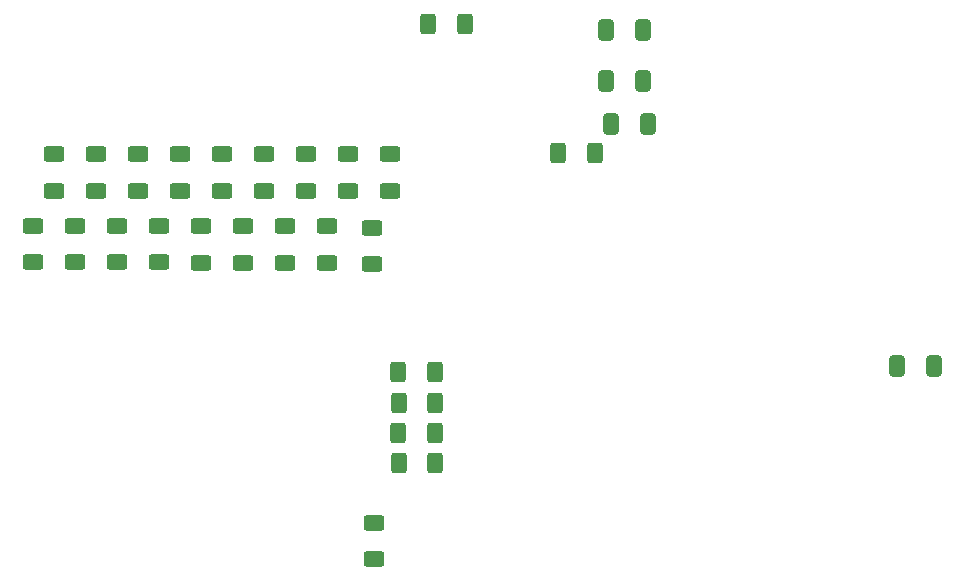
<source format=gbr>
%TF.GenerationSoftware,KiCad,Pcbnew,7.0.8*%
%TF.CreationDate,2024-05-16T20:38:27+02:00*%
%TF.ProjectId,FTCMS_V2,4654434d-535f-4563-922e-6b696361645f,rev?*%
%TF.SameCoordinates,Original*%
%TF.FileFunction,Paste,Bot*%
%TF.FilePolarity,Positive*%
%FSLAX46Y46*%
G04 Gerber Fmt 4.6, Leading zero omitted, Abs format (unit mm)*
G04 Created by KiCad (PCBNEW 7.0.8) date 2024-05-16 20:38:27*
%MOMM*%
%LPD*%
G01*
G04 APERTURE LIST*
G04 Aperture macros list*
%AMRoundRect*
0 Rectangle with rounded corners*
0 $1 Rounding radius*
0 $2 $3 $4 $5 $6 $7 $8 $9 X,Y pos of 4 corners*
0 Add a 4 corners polygon primitive as box body*
4,1,4,$2,$3,$4,$5,$6,$7,$8,$9,$2,$3,0*
0 Add four circle primitives for the rounded corners*
1,1,$1+$1,$2,$3*
1,1,$1+$1,$4,$5*
1,1,$1+$1,$6,$7*
1,1,$1+$1,$8,$9*
0 Add four rect primitives between the rounded corners*
20,1,$1+$1,$2,$3,$4,$5,0*
20,1,$1+$1,$4,$5,$6,$7,0*
20,1,$1+$1,$6,$7,$8,$9,0*
20,1,$1+$1,$8,$9,$2,$3,0*%
G04 Aperture macros list end*
%ADD10RoundRect,0.250000X-0.625000X0.400000X-0.625000X-0.400000X0.625000X-0.400000X0.625000X0.400000X0*%
%ADD11RoundRect,0.250000X-0.400000X-0.625000X0.400000X-0.625000X0.400000X0.625000X-0.400000X0.625000X0*%
%ADD12RoundRect,0.250000X0.412500X0.650000X-0.412500X0.650000X-0.412500X-0.650000X0.412500X-0.650000X0*%
%ADD13RoundRect,0.250000X-0.412500X-0.650000X0.412500X-0.650000X0.412500X0.650000X-0.412500X0.650000X0*%
%ADD14RoundRect,0.250000X0.400000X0.625000X-0.400000X0.625000X-0.400000X-0.625000X0.400000X-0.625000X0*%
G04 APERTURE END LIST*
D10*
%TO.C,R18*%
X137668000Y-113919000D03*
X137668000Y-117019000D03*
%TD*%
%TO.C,R17*%
X136144000Y-120116000D03*
X136144000Y-123216000D03*
%TD*%
%TO.C,R3*%
X110998000Y-119963000D03*
X110998000Y-123063000D03*
%TD*%
%TO.C,R4*%
X112776000Y-113919000D03*
X112776000Y-117019000D03*
%TD*%
%TO.C,R10*%
X123444000Y-113919000D03*
X123444000Y-117019000D03*
%TD*%
%TO.C,R14*%
X130556000Y-113893000D03*
X130556000Y-116993000D03*
%TD*%
D11*
%TO.C,R19*%
X140893200Y-102870000D03*
X143993200Y-102870000D03*
%TD*%
D12*
%TO.C,C25*%
X183680500Y-131826000D03*
X180555500Y-131826000D03*
%TD*%
D10*
%TO.C,R15*%
X132334000Y-120015000D03*
X132334000Y-123115000D03*
%TD*%
D13*
%TO.C,C1*%
X156323900Y-111353600D03*
X159448900Y-111353600D03*
%TD*%
D10*
%TO.C,R1*%
X107442000Y-119963000D03*
X107442000Y-123063000D03*
%TD*%
%TO.C,R27*%
X136245600Y-145109600D03*
X136245600Y-148209600D03*
%TD*%
%TO.C,R13*%
X128778000Y-120015000D03*
X128778000Y-123115000D03*
%TD*%
%TO.C,R11*%
X125222000Y-120015000D03*
X125222000Y-123115000D03*
%TD*%
D11*
%TO.C,R25*%
X138379200Y-140055600D03*
X141479200Y-140055600D03*
%TD*%
D14*
%TO.C,R26*%
X141454400Y-137464800D03*
X138354400Y-137464800D03*
%TD*%
D10*
%TO.C,R5*%
X114554000Y-119963000D03*
X114554000Y-123063000D03*
%TD*%
%TO.C,R8*%
X119888000Y-113919000D03*
X119888000Y-117019000D03*
%TD*%
D14*
%TO.C,R23*%
X141428400Y-132334000D03*
X138328400Y-132334000D03*
%TD*%
D13*
%TO.C,C21*%
X155917500Y-103378000D03*
X159042500Y-103378000D03*
%TD*%
D10*
%TO.C,R6*%
X116332000Y-113919000D03*
X116332000Y-117019000D03*
%TD*%
%TO.C,R12*%
X127000000Y-113919000D03*
X127000000Y-117019000D03*
%TD*%
%TO.C,R7*%
X118110000Y-119963000D03*
X118110000Y-123063000D03*
%TD*%
D11*
%TO.C,R20*%
X151866000Y-113792000D03*
X154966000Y-113792000D03*
%TD*%
%TO.C,R32*%
X138379200Y-134975600D03*
X141479200Y-134975600D03*
%TD*%
D10*
%TO.C,R9*%
X121666000Y-120015000D03*
X121666000Y-123115000D03*
%TD*%
%TO.C,R2*%
X109220000Y-113919000D03*
X109220000Y-117019000D03*
%TD*%
D13*
%TO.C,C20*%
X155917500Y-107696000D03*
X159042500Y-107696000D03*
%TD*%
D10*
%TO.C,R16*%
X134112000Y-113919000D03*
X134112000Y-117019000D03*
%TD*%
M02*

</source>
